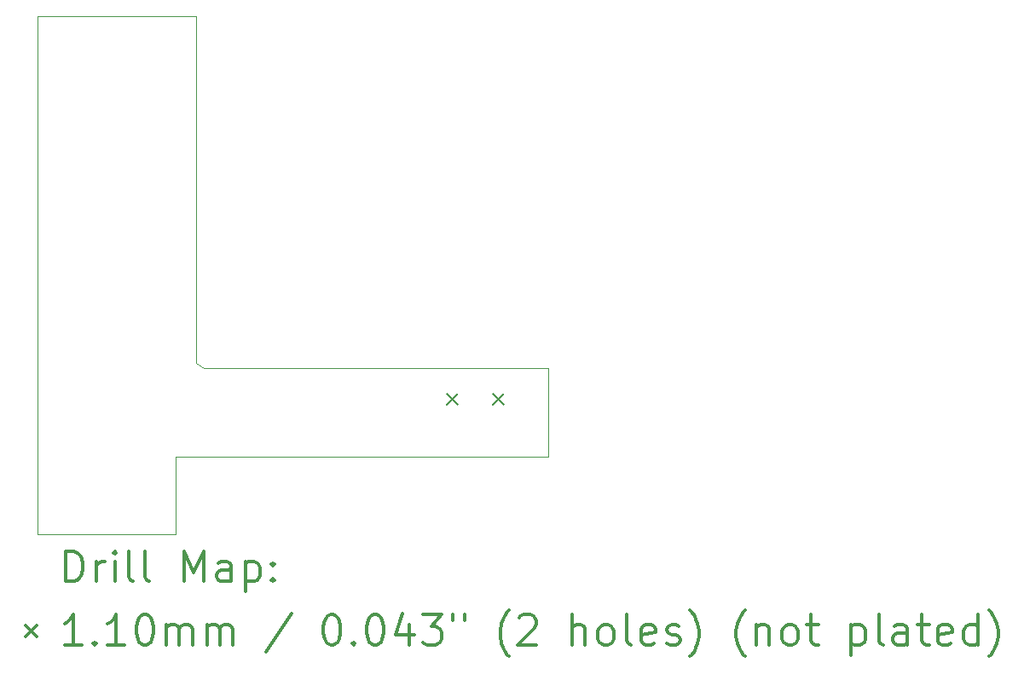
<source format=gbr>
%FSLAX45Y45*%
G04 Gerber Fmt 4.5, Leading zero omitted, Abs format (unit mm)*
G04 Created by KiCad (PCBNEW 5.1.4-5.1.4) date 2019-09-27 17:34:00*
%MOMM*%
%LPD*%
G04 APERTURE LIST*
%ADD10C,0.050000*%
%ADD11C,0.200000*%
%ADD12C,0.300000*%
G04 APERTURE END LIST*
D10*
X5725000Y1650000D02*
X5675000Y1650000D01*
X5725000Y775000D02*
X5725000Y1650000D01*
X5675000Y775000D02*
X5725000Y775000D01*
X2225000Y5150000D02*
X650000Y5150000D01*
X2225000Y1700000D02*
X2225000Y5150000D01*
X2300000Y1650000D02*
X2225000Y1700000D01*
X5675000Y1650000D02*
X2300000Y1650000D01*
X2025000Y775000D02*
X5675000Y775000D01*
X2025000Y0D02*
X2025000Y775000D01*
X650000Y0D02*
X2025000Y0D01*
X650000Y5150000D02*
X650000Y0D01*
D11*
X4715000Y1397000D02*
X4825000Y1287000D01*
X4825000Y1397000D02*
X4715000Y1287000D01*
X5175000Y1397000D02*
X5285000Y1287000D01*
X5285000Y1397000D02*
X5175000Y1287000D01*
D12*
X933928Y-468214D02*
X933928Y-168214D01*
X1005357Y-168214D01*
X1048214Y-182500D01*
X1076786Y-211071D01*
X1091071Y-239643D01*
X1105357Y-296786D01*
X1105357Y-339643D01*
X1091071Y-396786D01*
X1076786Y-425357D01*
X1048214Y-453929D01*
X1005357Y-468214D01*
X933928Y-468214D01*
X1233928Y-468214D02*
X1233928Y-268214D01*
X1233928Y-325357D02*
X1248214Y-296786D01*
X1262500Y-282500D01*
X1291071Y-268214D01*
X1319643Y-268214D01*
X1419643Y-468214D02*
X1419643Y-268214D01*
X1419643Y-168214D02*
X1405357Y-182500D01*
X1419643Y-196786D01*
X1433928Y-182500D01*
X1419643Y-168214D01*
X1419643Y-196786D01*
X1605357Y-468214D02*
X1576786Y-453929D01*
X1562500Y-425357D01*
X1562500Y-168214D01*
X1762500Y-468214D02*
X1733928Y-453929D01*
X1719643Y-425357D01*
X1719643Y-168214D01*
X2105357Y-468214D02*
X2105357Y-168214D01*
X2205357Y-382500D01*
X2305357Y-168214D01*
X2305357Y-468214D01*
X2576786Y-468214D02*
X2576786Y-311072D01*
X2562500Y-282500D01*
X2533928Y-268214D01*
X2476786Y-268214D01*
X2448214Y-282500D01*
X2576786Y-453929D02*
X2548214Y-468214D01*
X2476786Y-468214D01*
X2448214Y-453929D01*
X2433928Y-425357D01*
X2433928Y-396786D01*
X2448214Y-368214D01*
X2476786Y-353929D01*
X2548214Y-353929D01*
X2576786Y-339643D01*
X2719643Y-268214D02*
X2719643Y-568214D01*
X2719643Y-282500D02*
X2748214Y-268214D01*
X2805357Y-268214D01*
X2833928Y-282500D01*
X2848214Y-296786D01*
X2862500Y-325357D01*
X2862500Y-411071D01*
X2848214Y-439643D01*
X2833928Y-453929D01*
X2805357Y-468214D01*
X2748214Y-468214D01*
X2719643Y-453929D01*
X2991071Y-439643D02*
X3005357Y-453929D01*
X2991071Y-468214D01*
X2976786Y-453929D01*
X2991071Y-439643D01*
X2991071Y-468214D01*
X2991071Y-282500D02*
X3005357Y-296786D01*
X2991071Y-311072D01*
X2976786Y-296786D01*
X2991071Y-282500D01*
X2991071Y-311072D01*
X537500Y-907500D02*
X647500Y-1017500D01*
X647500Y-907500D02*
X537500Y-1017500D01*
X1091071Y-1098214D02*
X919643Y-1098214D01*
X1005357Y-1098214D02*
X1005357Y-798214D01*
X976786Y-841071D01*
X948214Y-869643D01*
X919643Y-883929D01*
X1219643Y-1069643D02*
X1233928Y-1083929D01*
X1219643Y-1098214D01*
X1205357Y-1083929D01*
X1219643Y-1069643D01*
X1219643Y-1098214D01*
X1519643Y-1098214D02*
X1348214Y-1098214D01*
X1433928Y-1098214D02*
X1433928Y-798214D01*
X1405357Y-841071D01*
X1376786Y-869643D01*
X1348214Y-883929D01*
X1705357Y-798214D02*
X1733928Y-798214D01*
X1762500Y-812500D01*
X1776786Y-826786D01*
X1791071Y-855357D01*
X1805357Y-912500D01*
X1805357Y-983929D01*
X1791071Y-1041071D01*
X1776786Y-1069643D01*
X1762500Y-1083929D01*
X1733928Y-1098214D01*
X1705357Y-1098214D01*
X1676786Y-1083929D01*
X1662500Y-1069643D01*
X1648214Y-1041071D01*
X1633928Y-983929D01*
X1633928Y-912500D01*
X1648214Y-855357D01*
X1662500Y-826786D01*
X1676786Y-812500D01*
X1705357Y-798214D01*
X1933928Y-1098214D02*
X1933928Y-898214D01*
X1933928Y-926786D02*
X1948214Y-912500D01*
X1976786Y-898214D01*
X2019643Y-898214D01*
X2048214Y-912500D01*
X2062500Y-941071D01*
X2062500Y-1098214D01*
X2062500Y-941071D02*
X2076786Y-912500D01*
X2105357Y-898214D01*
X2148214Y-898214D01*
X2176786Y-912500D01*
X2191071Y-941071D01*
X2191071Y-1098214D01*
X2333928Y-1098214D02*
X2333928Y-898214D01*
X2333928Y-926786D02*
X2348214Y-912500D01*
X2376786Y-898214D01*
X2419643Y-898214D01*
X2448214Y-912500D01*
X2462500Y-941071D01*
X2462500Y-1098214D01*
X2462500Y-941071D02*
X2476786Y-912500D01*
X2505357Y-898214D01*
X2548214Y-898214D01*
X2576786Y-912500D01*
X2591071Y-941071D01*
X2591071Y-1098214D01*
X3176786Y-783929D02*
X2919643Y-1169643D01*
X3562500Y-798214D02*
X3591071Y-798214D01*
X3619643Y-812500D01*
X3633928Y-826786D01*
X3648214Y-855357D01*
X3662500Y-912500D01*
X3662500Y-983929D01*
X3648214Y-1041071D01*
X3633928Y-1069643D01*
X3619643Y-1083929D01*
X3591071Y-1098214D01*
X3562500Y-1098214D01*
X3533928Y-1083929D01*
X3519643Y-1069643D01*
X3505357Y-1041071D01*
X3491071Y-983929D01*
X3491071Y-912500D01*
X3505357Y-855357D01*
X3519643Y-826786D01*
X3533928Y-812500D01*
X3562500Y-798214D01*
X3791071Y-1069643D02*
X3805357Y-1083929D01*
X3791071Y-1098214D01*
X3776786Y-1083929D01*
X3791071Y-1069643D01*
X3791071Y-1098214D01*
X3991071Y-798214D02*
X4019643Y-798214D01*
X4048214Y-812500D01*
X4062500Y-826786D01*
X4076786Y-855357D01*
X4091071Y-912500D01*
X4091071Y-983929D01*
X4076786Y-1041071D01*
X4062500Y-1069643D01*
X4048214Y-1083929D01*
X4019643Y-1098214D01*
X3991071Y-1098214D01*
X3962500Y-1083929D01*
X3948214Y-1069643D01*
X3933928Y-1041071D01*
X3919643Y-983929D01*
X3919643Y-912500D01*
X3933928Y-855357D01*
X3948214Y-826786D01*
X3962500Y-812500D01*
X3991071Y-798214D01*
X4348214Y-898214D02*
X4348214Y-1098214D01*
X4276786Y-783929D02*
X4205357Y-998214D01*
X4391071Y-998214D01*
X4476786Y-798214D02*
X4662500Y-798214D01*
X4562500Y-912500D01*
X4605357Y-912500D01*
X4633928Y-926786D01*
X4648214Y-941071D01*
X4662500Y-969643D01*
X4662500Y-1041071D01*
X4648214Y-1069643D01*
X4633928Y-1083929D01*
X4605357Y-1098214D01*
X4519643Y-1098214D01*
X4491071Y-1083929D01*
X4476786Y-1069643D01*
X4776786Y-798214D02*
X4776786Y-855357D01*
X4891071Y-798214D02*
X4891071Y-855357D01*
X5333928Y-1212500D02*
X5319643Y-1198214D01*
X5291071Y-1155357D01*
X5276786Y-1126786D01*
X5262500Y-1083929D01*
X5248214Y-1012500D01*
X5248214Y-955357D01*
X5262500Y-883929D01*
X5276786Y-841071D01*
X5291071Y-812500D01*
X5319643Y-769643D01*
X5333928Y-755357D01*
X5433928Y-826786D02*
X5448214Y-812500D01*
X5476786Y-798214D01*
X5548214Y-798214D01*
X5576786Y-812500D01*
X5591071Y-826786D01*
X5605357Y-855357D01*
X5605357Y-883929D01*
X5591071Y-926786D01*
X5419643Y-1098214D01*
X5605357Y-1098214D01*
X5962500Y-1098214D02*
X5962500Y-798214D01*
X6091071Y-1098214D02*
X6091071Y-941071D01*
X6076786Y-912500D01*
X6048214Y-898214D01*
X6005357Y-898214D01*
X5976786Y-912500D01*
X5962500Y-926786D01*
X6276786Y-1098214D02*
X6248214Y-1083929D01*
X6233928Y-1069643D01*
X6219643Y-1041071D01*
X6219643Y-955357D01*
X6233928Y-926786D01*
X6248214Y-912500D01*
X6276786Y-898214D01*
X6319643Y-898214D01*
X6348214Y-912500D01*
X6362500Y-926786D01*
X6376786Y-955357D01*
X6376786Y-1041071D01*
X6362500Y-1069643D01*
X6348214Y-1083929D01*
X6319643Y-1098214D01*
X6276786Y-1098214D01*
X6548214Y-1098214D02*
X6519643Y-1083929D01*
X6505357Y-1055357D01*
X6505357Y-798214D01*
X6776786Y-1083929D02*
X6748214Y-1098214D01*
X6691071Y-1098214D01*
X6662500Y-1083929D01*
X6648214Y-1055357D01*
X6648214Y-941071D01*
X6662500Y-912500D01*
X6691071Y-898214D01*
X6748214Y-898214D01*
X6776786Y-912500D01*
X6791071Y-941071D01*
X6791071Y-969643D01*
X6648214Y-998214D01*
X6905357Y-1083929D02*
X6933928Y-1098214D01*
X6991071Y-1098214D01*
X7019643Y-1083929D01*
X7033928Y-1055357D01*
X7033928Y-1041071D01*
X7019643Y-1012500D01*
X6991071Y-998214D01*
X6948214Y-998214D01*
X6919643Y-983929D01*
X6905357Y-955357D01*
X6905357Y-941071D01*
X6919643Y-912500D01*
X6948214Y-898214D01*
X6991071Y-898214D01*
X7019643Y-912500D01*
X7133928Y-1212500D02*
X7148214Y-1198214D01*
X7176786Y-1155357D01*
X7191071Y-1126786D01*
X7205357Y-1083929D01*
X7219643Y-1012500D01*
X7219643Y-955357D01*
X7205357Y-883929D01*
X7191071Y-841071D01*
X7176786Y-812500D01*
X7148214Y-769643D01*
X7133928Y-755357D01*
X7676786Y-1212500D02*
X7662500Y-1198214D01*
X7633928Y-1155357D01*
X7619643Y-1126786D01*
X7605357Y-1083929D01*
X7591071Y-1012500D01*
X7591071Y-955357D01*
X7605357Y-883929D01*
X7619643Y-841071D01*
X7633928Y-812500D01*
X7662500Y-769643D01*
X7676786Y-755357D01*
X7791071Y-898214D02*
X7791071Y-1098214D01*
X7791071Y-926786D02*
X7805357Y-912500D01*
X7833928Y-898214D01*
X7876786Y-898214D01*
X7905357Y-912500D01*
X7919643Y-941071D01*
X7919643Y-1098214D01*
X8105357Y-1098214D02*
X8076786Y-1083929D01*
X8062500Y-1069643D01*
X8048214Y-1041071D01*
X8048214Y-955357D01*
X8062500Y-926786D01*
X8076786Y-912500D01*
X8105357Y-898214D01*
X8148214Y-898214D01*
X8176786Y-912500D01*
X8191071Y-926786D01*
X8205357Y-955357D01*
X8205357Y-1041071D01*
X8191071Y-1069643D01*
X8176786Y-1083929D01*
X8148214Y-1098214D01*
X8105357Y-1098214D01*
X8291071Y-898214D02*
X8405357Y-898214D01*
X8333928Y-798214D02*
X8333928Y-1055357D01*
X8348214Y-1083929D01*
X8376786Y-1098214D01*
X8405357Y-1098214D01*
X8733928Y-898214D02*
X8733928Y-1198214D01*
X8733928Y-912500D02*
X8762500Y-898214D01*
X8819643Y-898214D01*
X8848214Y-912500D01*
X8862500Y-926786D01*
X8876786Y-955357D01*
X8876786Y-1041071D01*
X8862500Y-1069643D01*
X8848214Y-1083929D01*
X8819643Y-1098214D01*
X8762500Y-1098214D01*
X8733928Y-1083929D01*
X9048214Y-1098214D02*
X9019643Y-1083929D01*
X9005357Y-1055357D01*
X9005357Y-798214D01*
X9291071Y-1098214D02*
X9291071Y-941071D01*
X9276786Y-912500D01*
X9248214Y-898214D01*
X9191071Y-898214D01*
X9162500Y-912500D01*
X9291071Y-1083929D02*
X9262500Y-1098214D01*
X9191071Y-1098214D01*
X9162500Y-1083929D01*
X9148214Y-1055357D01*
X9148214Y-1026786D01*
X9162500Y-998214D01*
X9191071Y-983929D01*
X9262500Y-983929D01*
X9291071Y-969643D01*
X9391071Y-898214D02*
X9505357Y-898214D01*
X9433928Y-798214D02*
X9433928Y-1055357D01*
X9448214Y-1083929D01*
X9476786Y-1098214D01*
X9505357Y-1098214D01*
X9719643Y-1083929D02*
X9691071Y-1098214D01*
X9633928Y-1098214D01*
X9605357Y-1083929D01*
X9591071Y-1055357D01*
X9591071Y-941071D01*
X9605357Y-912500D01*
X9633928Y-898214D01*
X9691071Y-898214D01*
X9719643Y-912500D01*
X9733928Y-941071D01*
X9733928Y-969643D01*
X9591071Y-998214D01*
X9991071Y-1098214D02*
X9991071Y-798214D01*
X9991071Y-1083929D02*
X9962500Y-1098214D01*
X9905357Y-1098214D01*
X9876786Y-1083929D01*
X9862500Y-1069643D01*
X9848214Y-1041071D01*
X9848214Y-955357D01*
X9862500Y-926786D01*
X9876786Y-912500D01*
X9905357Y-898214D01*
X9962500Y-898214D01*
X9991071Y-912500D01*
X10105357Y-1212500D02*
X10119643Y-1198214D01*
X10148214Y-1155357D01*
X10162500Y-1126786D01*
X10176786Y-1083929D01*
X10191071Y-1012500D01*
X10191071Y-955357D01*
X10176786Y-883929D01*
X10162500Y-841071D01*
X10148214Y-812500D01*
X10119643Y-769643D01*
X10105357Y-755357D01*
M02*

</source>
